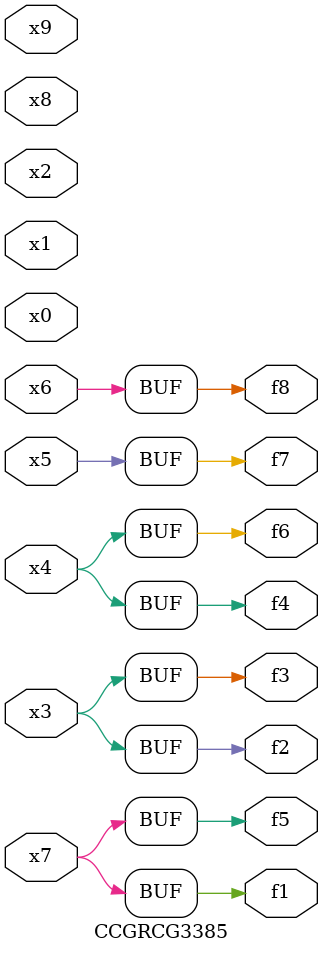
<source format=v>
module CCGRCG3385(
	input x0, x1, x2, x3, x4, x5, x6, x7, x8, x9,
	output f1, f2, f3, f4, f5, f6, f7, f8
);
	assign f1 = x7;
	assign f2 = x3;
	assign f3 = x3;
	assign f4 = x4;
	assign f5 = x7;
	assign f6 = x4;
	assign f7 = x5;
	assign f8 = x6;
endmodule

</source>
